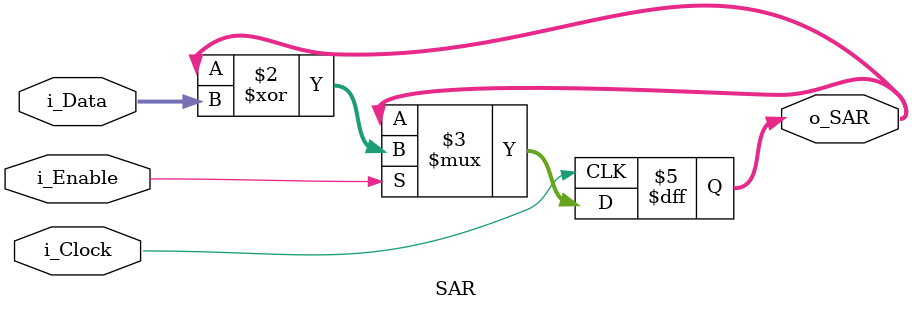
<source format=v>
module SAR #(parameter WIDTH = 16)
  (
   input             i_Clock,
   input             i_Enable,
   input [7:0]       i_Data,
   output reg [WIDTH-1:0] o_SAR
   );

  always @(posedge i_Clock)
  begin
    if (i_Enable)
      o_SAR <= o_SAR ^ i_Data;
  end
endmodule

</source>
